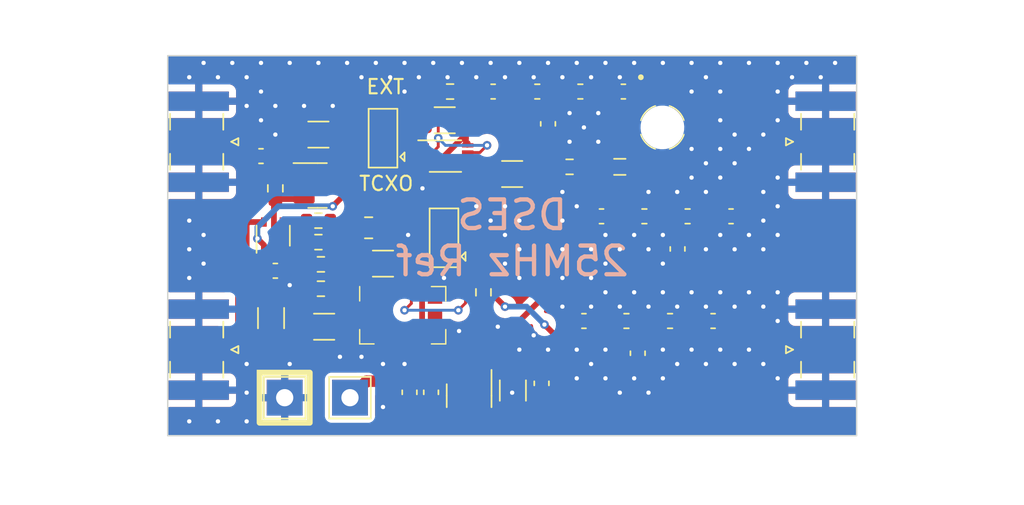
<source format=kicad_pcb>
(kicad_pcb (version 20221018) (generator pcbnew)
  (title_block (title "25MHz Reference") (date "2023-06-22") (company "Deep Space Exploration Society") (comment 1 "Designed by Hans Gaensbauer"))
  (layers (0 "F.Cu" signal) (31 "B.Cu" signal) (34 "B.Paste" user) (35 "F.Paste" user) (36 "B.SilkS" user "B.Silkscreen") (37 "F.SilkS" user "F.Silkscreen") (38 "B.Mask" user) (39 "F.Mask" user) (44 "Edge.Cuts" user))
  (net 0 "")
  (net 1 "Net-(C1-Pad1)")
  (net 2 "Net-(C1-Pad2)")
  (net 3 "GND")
  (net 4 "Net-(C2-Pad2)")
  (net 5 "Net-(C3-Pad1)")
  (net 6 "Net-(U1-RFIN)")
  (net 7 "+5V")
  (net 8 "Net-(U1-RFOUT)")
  (net 9 "Net-(J5-In)")
  (net 10 "Net-(C5-Pad2)")
  (net 11 "Net-(C6-Pad2)")
  (net 12 "Net-(J4-In)")
  (net 13 "Net-(C7-Pad1)")
  (net 14 "Net-(#FLG03-pwr)")
  (net 15 "+3V3")
  (net 16 "Net-(C15-Pad1)")
  (net 17 "Net-(C16-Pad1)")
  (net 18 "Net-(J1-In)")
  (net 19 "Net-(C19-Pad2)")
  (net 20 "Net-(D1-A)")
  (net 21 "Net-(FB1-Pad1)")
  (net 22 "Net-(JP2-C)")
  (net 23 "Net-(JP3-A)")
  (net 24 "Net-(JP3-C)")
  (net 25 "Net-(JP3-B)")
  (net 26 "Net-(U4A-D)")
  (net 27 "Net-(U5--)")
  (net 35 "Net-(C25-Pad2)")
  (net 36 "Net-(C26-Pad2)")
  (net 37 "Net-(C27-Pad1)")
  (footprint "Resistor_SMD:R_0603_1608Metric" (layer "F.Cu") (at 83.175 134.05 180)
    (fp_text reference "R5" hide)
    (fp_text value "2.2k")
  )
  (footprint "Capacitor_SMD:C_0603_1608Metric" (layer "F.Cu") (at 89.35 142.975 90)
    (fp_text reference "C24" hide)
    (fp_text value "2.2u")
  )
  (footprint "Capacitor_SMD:C_0603_1608Metric" (layer "F.Cu") (at 110.5 138)
    (fp_text reference "C7" hide)
    (fp_text value "18p")
  )
  (footprint "Connector_Coaxial:SMA_Samtec_SMA-J-P-X-ST-EM1_EdgeMount" (layer "F.Cu") (at 74.6625 125.5 -90)
    (fp_text reference "J1" hide)
    (fp_text value "Conn_Coaxial")
  )
  (footprint "Capacitor_SMD:C_0603_1608Metric" (layer "F.Cu") (at 104.25 122)
    (fp_text reference "C3" hide)
    (fp_text value "18p")
  )
  (footprint "Jumper:SolderJumper-3_P1.3mm_Bridged12_Pad1.0x1.5mm" (layer "F.Cu") (at 91.75 132.2 90)
    (fp_text reference "JP2" hide)
    (fp_text value "Jumper_3_Bridged12")
  )
  (footprint "Inductor_SMD:L_0603_1608Metric" (layer "F.Cu") (at 108.725 130.7)
    (fp_text reference "L4" hide)
    (fp_text value "2.7u")
  )
  (footprint "Capacitor_SMD:C_0603_1608Metric" (layer "F.Cu") (at 99 124.25 90)
    (fp_text reference "C2" hide)
    (fp_text value "18p")
  )
  (footprint "Connector_Coaxial:SMA_Samtec_SMA-J-P-X-ST-EM1_EdgeMount" (layer "F.Cu") (at 118.3375 140 90)
    (fp_text reference "J5" hide)
    (fp_text value "Conn_Coaxial")
  )
  (footprint "Capacitor_SMD:C_0603_1608Metric" (layer "F.Cu") (at 98.55 142.35 -90)
    (fp_text reference "C22" hide)
    (fp_text value "2.2u")
  )
  (footprint "interferometer:MINICIRCUITS_VV105" (layer "F.Cu") (at 106.9678 124.5 180)
    (fp_text reference "U1" hide)
    (fp_text value "MAR-6+")
  )
  (footprint "Inductor_SMD:L_0805_2012Metric" (layer "F.Cu") (at 104 127.25)
    (fp_text reference "FB1" hide)
    (fp_text value "FerriteBead_Small")
  )
  (footprint "Resistor_SMD:R_0603_1608Metric" (layer "F.Cu") (at 92.175 122)
    (fp_text reference "R1" hide)
    (fp_text value "56")
  )
  (footprint "Resistor_SMD:R_0603_1608Metric" (layer "F.Cu") (at 100.5 127.25)
    (fp_text reference "R2" hide)
    (fp_text value "100")
  )
  (footprint "Capacitor_SMD:C_0603_1608Metric" (layer "F.Cu") (at 80 134.5 180)
    (fp_text reference "C17" hide)
    (fp_text value "1u")
  )
  (footprint "Capacitor_SMD:C_1206_3216Metric" (layer "F.Cu") (at 79.7 137.8 90)
    (fp_text reference "C18" hide)
    (fp_text value "100n")
  )
  (footprint "Inductor_SMD:L_0603_1608Metric" (layer "F.Cu") (at 101.25 122)
    (fp_text reference "L2" hide)
    (fp_text value "2.7u")
  )
  (footprint "Capacitor_SMD:C_0603_1608Metric" (layer "F.Cu") (at 79 126.5 180)
    (fp_text reference "C16" hide)
    (fp_text value "47n")
  )
  (footprint "Capacitor_SMD:C_0603_1608Metric" (layer "F.Cu") (at 108.025 132.975 90)
    (fp_text reference "C26" hide)
    (fp_text value "18p")
  )
  (footprint "Capacitor_SMD:C_1206_3216Metric" (layer "F.Cu") (at 96.5 127.75)
    (fp_text reference "C4" hide)
    (fp_text value "100n")
  )
  (footprint "Capacitor_SMD:C_0603_1608Metric" (layer "F.Cu") (at 111.75 130.7)
    (fp_text reference "C27" hide)
    (fp_text value "18p")
  )
  (footprint "Package_TO_SOT_SMD:SOT-353_SC-70-5" (layer "F.Cu") (at 79.85 132.05 90)
    (fp_text reference "U5" hide)
    (fp_text value "ADCMP600")
  )
  (footprint "interferometer:ECS-TXO53-S3" (layer "F.Cu") (at 88.875 137.6)
    (fp_text reference "X1" hide)
    (fp_text value "ECS-TXO53-S3")
  )
  (footprint "Inductor_SMD:L_0603_1608Metric" (layer "F.Cu") (at 104.4625 138)
    (fp_text reference "L5" hide)
    (fp_text value "2.7u")
  )
  (footprint "Connector_Coaxial:SMA_Samtec_SMA-J-P-X-ST-EM1_EdgeMount" (layer "F.Cu") (at 74.6625 140 -90)
    (fp_text reference "J2" hide)
    (fp_text value "Conn_Coaxial")
  )
  (footprint "TestPoint:TestPoint_THTPad_2.5x2.5mm_Drill1.2mm" (layer "F.Cu") (at 80.65 143.35 -90)
    (fp_text reference "TP2" hide)
    (fp_text value "TestPoint")
  )
  (footprint "Resistor_SMD:R_0603_1608Metric" (layer "F.Cu") (at 80 128.75 -90)
    (fp_text reference "R3" hide)
    (fp_text value "56")
  )
  (footprint "Inductor_SMD:L_0603_1608Metric" (layer "F.Cu") (at 98.25 122)
    (fp_text reference "L1" hide)
    (fp_text value "2.7u")
  )
  (footprint "Capacitor_SMD:C_1206_3216Metric" (layer "F.Cu") (at 91.8 124)
    (fp_text reference "C14" hide)
    (fp_text value "100n")
  )
  (footprint "Capacitor_SMD:C_1206_3216Metric" (layer "F.Cu") (at 83.4 138.4)
    (fp_text reference "C13" hide)
    (fp_text value "100n")
  )
  (footprint "Resistor_SMD:R_0603_1608Metric" (layer "F.Cu") (at 94.5 136 -90)
    (fp_text reference "JP1" hide)
    (fp_text value "Jumper_2_Bridged")
  )
  (footprint "Package_TO_SOT_SMD:SOT-23" (layer "F.Cu") (at 82.9375 128.55)
    (fp_text reference "D1" hide)
    (fp_text value "BAV99")
  )
  (footprint "Resistor_SMD:R_0603_1608Metric" (layer "F.Cu") (at 83 131 180)
    (fp_text reference "R6" hide)
    (fp_text value "10k")
  )
  (footprint "Capacitor_SMD:C_1206_3216Metric" (layer "F.Cu") (at 87.5 134 180)
    (fp_text reference "C19" hide)
    (fp_text value "100n")
  )
  (footprint "Inductor_SMD:L_0603_1608Metric" (layer "F.Cu") (at 107.5 138)
    (fp_text reference "L6" hide)
    (fp_text value "2.7u")
  )
  (footprint "Capacitor_SMD:C_1206_3216Metric" (layer "F.Cu") (at 96.55 142.85 -90)
    (fp_text reference "C21" hide)
    (fp_text value "100n")
  )
  (footprint "Package_SO:VSSOP-8_2.3x2mm_P0.5mm" (layer "F.Cu") (at 91.85 126.5)
    (fp_text reference "U4" hide)
    (fp_text value "74AUC2G80")
  )
  (footprint "Package_TO_SOT_SMD:SOT-23-5" (layer "F.Cu") (at 93.5 143.2125 -90)
    (fp_text reference "U6" hide)
    (fp_text value "MCP1793-3302/DC")
  )
  (footprint "Resistor_SMD:R_0603_1608Metric" (layer "F.Cu") (at 83 132.5 180)
    (fp_text reference "R7" hide)
    (fp_text value "10k")
  )
  (footprint "Jumper:SolderJumper-3_P1.3mm_Open_Pad1.0x1.5mm" (layer "F.Cu") (at 87.5 125.25 90)
    (fp_text reference "JP3" hide)
    (fp_text value "Jumper_3_Bridged12")
  )
  (footprint "Capacitor_SMD:C_1206_3216Metric" (layer "F.Cu") (at 83 125 180)
    (fp_text reference "C15" hide)
    (fp_text value "100n")
  )
  (footprint "Resistor_SMD:R_0603_1608Metric" (layer "F.Cu") (at 83.175 135.75)
    (fp_text reference "R4" hide)
    (fp_text value "2.2k")
  )
  (footprint "Capacitor_SMD:C_0805_2012Metric" (layer "F.Cu") (at 86.5 131.5 180)
    (fp_text reference "C20" hide)
    (fp_text value "22u")
  )
  (footprint "TestPoint:TestPoint_THTPad_2.5x2.5mm_Drill1.2mm" (layer "F.Cu") (at 85.2 143.35 -90)
    (fp_text reference "TP1" hide)
    (fp_text value "TestPoint")
  )
  (footprint "Capacitor_SMD:C_0603_1608Metric" (layer "F.Cu") (at 105.25 140.25 90)
    (fp_text reference "C6" hide)
    (fp_text value "18p")
  )
  (footprint "Capacitor_SMD:C_0603_1608Metric" (layer "F.Cu") (at 101.5 138)
    (fp_text reference "C5" hide)
    (fp_text value "18p")
  )
  (footprint "Connector_Coaxial:SMA_Samtec_SMA-J-P-X-ST-EM1_EdgeMount" (layer "F.Cu") (at 118.3375 125.5 90)
    (fp_text reference "J4" hide)
    (fp_text value "Conn_Coaxial")
  )
  (footprint "Capacitor_SMD:C_0603_1608Metric" (layer "F.Cu") (at 90.85 142.975 90)
    (fp_text reference "C23" hide)
    (fp_text value "2.2u")
  )
  (footprint "Capacitor_SMD:C_0603_1608Metric" (layer "F.Cu") (at 95.175 122)
    (fp_text reference "C1" hide)
    (fp_text value "18p")
  )
  (footprint "Capacitor_SMD:C_0603_1608Metric" (layer "F.Cu") (at 102.725 130.7)
    (fp_text reference "C25" hide)
    (fp_text value "18p")
  )
  (footprint "Inductor_SMD:L_0603_1608Metric" (layer "F.Cu") (at 105.7125 130.7)
    (fp_text reference "L3" hide)
    (fp_text value "2.7u")
  )
  (gr_rect (start 78.9 141.6) (end 82.4 145.1) (stroke (width 0.4)) (fill none) (layer "F.SilkS"))
  (gr_rect (start 72.5 119.5) (end 120.5 146) (stroke (width 0.1)) (fill none) (layer "Edge.Cuts"))
  (gr_text "DSES\n25MHz Ref" (at 96.5 135) (layer "B.SilkS") (effects (font (size 2 2) (thickness 0.3)) (justify bottom mirror)))
  (gr_text "EXT" (at 86.25 122.25) (layer "F.SilkS") (effects (font (size 1 1)) (justify left bottom)))
  (gr_text "TCXO" (at 85.75 129) (layer "F.SilkS") (effects (font (size 1 1)) (justify left bottom)))
  (segment (start 93 122) (end 94.4 122) (width 0.4) (layer "F.Cu") (net 1))
  (segment (start 95.95 122) (end 97.4625 122) (width 0.4) (layer "F.Cu") (net 2))
  (segment (start 91.75 133.5) (end 91.75 135.675) (width 0.4) (layer "F.Cu") (net 3))
  (segment (start 81.925 138.4) (end 81.925 140.075) (width 0.4) (layer "F.Cu") (net 3))
  (segment (start 81.5 134.5) (end 81.5 135) (width 0.4) (layer "F.Cu") (net 3))
  (segment (start 81.5 135) (end 81 135.5) (width 0.4) (layer "F.Cu") (net 3))
  (segment (start 89.35 143.75) (end 87.75 143.75) (width 0.4) (layer "F.Cu") (net 3))
  (segment (start 90.3 128.7) (end 90.25 128.75) (width 0.2) (layer "F.Cu") (net 3))
  (segment (start 96.3625 143.1375) (end 96.5 143) (width 0.4) (layer "F.Cu") (net 3))
  (segment (start 88.975 132.275) (end 89.25 132) (width 0.4) (layer "F.Cu") (net 3))
  (segment (start 91.75 135.675) (end 91.125 136.3) (width 0.4) (layer "F.Cu") (net 3))
  (segment (start 86.625 136.3) (end 86.675 136.3) (width 0.4) (layer "F.Cu") (net 3))
  (segment (start 94.072183 143.1375) (end 96.3625 143.1375) (width 0.4) (layer "F.Cu") (net 3))
  (segment (start 79.85 133) (end 79.85 133.575) (width 0.4) (layer "F.Cu") (net 3))
  (segment (start 91.75 135.675) (end 91.75 135) (width 0.4) (layer "F.Cu") (net 3))
  (segment (start 87.75 143.75) (end 87.5 144) (width 0.4) (layer "F.Cu") (net 3))
  (segment (start 93.4 126.75) (end 93.4 127.25) (width 0.2) (layer "F.Cu") (net 3))
  (segment (start 93.5 142.565317) (end 94.072183 143.1375) (width 0.4) (layer "F.Cu") (net 3))
  (segment (start 80.775 134.5) (end 81.5 134.5) (width 0.4) (layer "F.Cu") (net 3))
  (segment (start 81.9 134.5) (end 82.35 134.05) (width 0.4) (layer "F.Cu") (net 3))
  (segment (start 90.3 127.25) (end 90.3 128.7) (width 0.2) (layer "F.Cu") (net 3))
  (segment (start 93.5 142.075) (end 93.5 142.565317) (width 0.4) (layer "F.Cu") (net 3))
  (segment (start 81.5 134.5) (end 81.9 134.5) (width 0.4) (layer "F.Cu") (net 3))
  (segment (start 79.85 133.575) (end 80.775 134.5) (width 0.4) (layer "F.Cu") (net 3))
  (segment (start 81.925 140.075) (end 81 141) (width 0.4) (layer "F.Cu") (net 3))
  (segment (start 90.85 143.75) (end 89.35 143.75) (width 0.4) (layer "F.Cu") (net 3))
  (segment (start 86.675 136.3) (end 88.975 134) (width 0.4) (layer "F.Cu") (net 3))
  (segment (start 88.975 134) (end 88.975 132.275) (width 0.4) (layer "F.Cu") (net 3))
  (via (at 106 143) (size 0.6) (drill 0.3) (layers "F.Cu" "B.Cu") (net 3))
  (via (at 74 145) (size 0.6) (drill 0.3) (layers "F.Cu" "B.Cu") (net 3))
  (via (at 117 120) (size 0.6) (drill 0.3) (layers "F.Cu" "B.Cu") (net 3))
  (via (at 100 131) (size 0.6) (drill 0.3) (layers "F.Cu" "B.Cu") (net 3))
  (via (at 109 140) (size 0.6) (drill 0.3) (layers "F.Cu" "B.Cu") (net 3))
  (via (at 112 141) (size 0.6) (drill 0.3) (layers "F.Cu" "B.Cu") (net 3))
  (via (at 77 120) (size 0.6) (drill 0.3) (layers "F.Cu" "B.Cu") (net 3))
  (via (at 98 121) (size 0.6) (drill 0.3) (layers "F.Cu" "B.Cu") (net 3))
  (via (at 115 132) (size 0.6) (drill 0.3) (layers "F.Cu" "B.Cu") (net 3))
  (via (at 107 142) (size 0.6) (drill 0.3) (layers "F.Cu" "B.Cu") (net 3))
  (via (at 106 129) (size 0.6) (drill 0.3) (layers "F.Cu" "B.Cu") (net 3))
  (via (at 100 137) (size 0.6) (drill 0.3) (layers "F.Cu" "B.Cu") (net 3))
  (via (at 100 129) (size 0.6) (drill 0.3) (layers "F.Cu" "B.Cu") (net 3))
  (via (at 90.25 128.75) (size 0.6) (drill 0.3) (layers "F.Cu" "B.Cu") (net 3))
  (via (at 96 130) (size 0.6) (drill 0.3) (layers "F.Cu" "B.Cu") (net 3))
  (via (at 78 121) (size 0.6) (drill 0.3) (layers "F.Cu" "B.Cu") (net 3))
  (via (at 87.5 144) (size 0.6) (drill 0.3) (layers "F.Cu" "B.Cu") (net 3))
  (via (at 103 134) (size 0.6) (drill 0.3) (layers "F.Cu" "B.Cu") (net 3))
  (via (at 81 135.5) (size 0.6) (drill 0.3) (layers "F.Cu" "B.Cu") (net 3))
  (via (at 107 136) (size 0.6) (drill 0.3) (layers "F.Cu" "B.Cu") (net 3))
  (via (at 111 128) (size 0.6) (drill 0.3) (layers "F.Cu" "B.Cu") (net 3))
  (via (at 110 133) (size 0.6) (drill 0.3) (layers "F.Cu" "B.Cu") (net 3))
  (via (at 76 121) (size 0.6) (drill 0.3) (layers "F.Cu" "B.Cu") (net 3))
  (via (at 103 136) (size 0.6) (drill 0.3) (layers "F.Cu" "B.Cu") (net 3))
  (via (at 109 128) (size 0.6) (drill 0.3) (layers "F.Cu" "B.Cu") (net 3))
  (via (at 95 131) (size 0.6) (drill 0.3) (layers "F.Cu" "B.Cu") (net 3))
  (via (at 114 141) (size 0.6) (drill 0.3) (layers "F.Cu" "B.Cu") (net 3))
  (via (at 78 123) (size 0.6) (drill 0.3) (layers "F.Cu" "B.Cu") (net 3))
  (via (at 113 132) (size 0.6) (drill 0.3) (layers "F.Cu" "B.Cu") (net 3))
  (via (at 115 138) (size 0.6) (drill 0.3) (layers "F.Cu" "B.Cu") (net 3))
  (via (at 78 141) (size 0.6) (drill 0.3) (layers "F.Cu" "B.Cu") (net 3))
  (via (at 111 140) (size 0.6) (drill 0.3) (layers "F.Cu" "B.Cu") (net 3))
  (via (at 115 130) (size 0.6) (drill 0.3) (layers "F.Cu" "B.Cu") (net 3))
  (via (at 89 122) (size 0.6) (drill 0.3) (layers "F.Cu" "B.Cu") (net 3))
  (via (at 111 136) (size 0.6) (drill 0.3) (layers "F.Cu" "B.Cu") (net 3))
  (via (at 102.5 125.5) (size 0.6) (drill 0.3) (layers "F.Cu" "B.Cu") (net 3))
  (via (at 107 132) (size 0.6) (drill 0.3) (layers "F.Cu" "B.Cu") (net 3))
  (via (at 91 120) (size 0.6) (drill 0.3) (layers "F.Cu" "B.Cu") (net 3))
  (via (at 105 136) (size 0.6) (drill 0.3) (layers "F.Cu" "B.Cu") (net 3))
  (via (at 97 140) (size 0.6) (drill 0.3) (layers "F.Cu" "B.Cu") (net 3))
  (via (at 114 125) (size 0.6) (drill 0.3) (layers "F.Cu" "B.Cu") (net 3))
  (via (at 111 124) (size 0.6) (drill 0.3) (layers "F.Cu" "B.Cu") (net 3))
  (via (at 101 140) (size 0.6) (drill 0.3) (layers "F.Cu" "B.Cu") (net 3))
  (via (at 103 140) (size 0.6) (drill 0.3) (layers "F.Cu" "B.Cu") (net 3))
  (via (at 108 137) (size 0.6) (drill 0.3) (layers "F.Cu" "B.Cu") (net 3))
  (via (at 87.5 141) (size 0.6) (drill 0.3) (layers "F.Cu" "B.Cu") (net 3))
  (via (at 89.25 132) (size 0.6) (drill 0.3) (layers "F.Cu" "B.Cu") (net 3))
  (via (at 92 121) (size 0.6) (drill 0.3) (layers "F.Cu" "B.Cu") (net 3))
  (via (at 113 136) (size 0.6) (drill 0.3) (layers "F.Cu" "B.Cu") (net 3))
  (via (at 100.5 123.5) (size 0.6) (drill 0.3) (layers "F.Cu" "B.Cu") (net 3))
  (via (at 102 137) (size 0.6) (drill 0.3) (layers "F.Cu" "B.Cu") (net 3))
  (via (at 110 127) (size 0.6) (drill 0.3) (layers "F.Cu" "B.Cu") (net 3))
  (via (at 97 131) (size 0.6) (drill 0.3) (layers "F.Cu" "B.Cu") (net 3))
  (via (at 94 130) (size 0.6) (drill 0.3) (layers "F.Cu" "B.Cu") (net 3))
  (via (at 111 126) (size 0.6) (drill 0.3) (layers "F.Cu" "B.Cu") (net 3))
  (via (at 79 120) (size 0.6) (drill 0.3) (layers "F.Cu" "B.Cu") (net 3))
  (via (at 112 125) (size 0.6) (drill 0.3) (layers "F.Cu" "B.Cu") (net 3))
  (via (at 100.5 125.5) (size 0.6) (drill 0.3) (layers "F.Cu" "B.Cu") (net 3))
  (via (at 118 121) (size 0.6) (drill 0.3) (layers "F.Cu" "B.Cu") (net 3))
  (via (at 102.5 123.5) (size 0.6) (drill 0.3) (layers "F.Cu" "B.Cu") (net 3))
  (via (at 79 122) (size 0.6) (drill 0.3) (layers "F.Cu" "B.Cu") (net 3))
  (via (at 95.5 138.4) (size 0.6) (drill 0.3) (layers "F.Cu" "B.Cu") (net 3))
  (via (at 74 133) (size 0.6) (drill 0.3) (layers "F.Cu" "B.Cu") (net 3))
  (via (at 104 121) (size 0.6) (drill 0.3) (layers "F.Cu" "B.Cu") (net 3))
  (via (at 75 134) (size 0.6) (drill 0.3) (layers "F.Cu" "B.Cu") (net 3))
  (via (at 112 137) (size 0.6) (drill 0.3) (layers "F.Cu" "B.Cu") (net 3))
  (via (at 90 121) (size 0.6) (drill 0.3) (layers "F.Cu" "B.Cu") (net 3))
  (via (at 114 129) (size 0.6) (drill 0.3) (layers "F.Cu" "B.Cu") (net 3))
  (via (at 103 120) (size 0.6) (drill 0.3) (layers "F.Cu" "B.Cu") (net 3))
  (via (at 114 131) (size 0.6) (drill 0.3) (layers "F.Cu" "B.Cu") (net 3))
  (via (at 93 120) (size 0.6) (drill 0.3) (layers "F.Cu" "B.Cu") (net 3))
  (via (at 75 120) (size 0.6) (drill 0.3) (layers "F.Cu" "B.Cu") (net 3))
  (via (at 115 128) (size 0.6) (drill 0.3) (layers "F.Cu" "B.Cu") (net 3))
  (via (at 80 125) (size 0.6) (drill 0.3) (layers "F.Cu" "B.Cu") (net 3))
  (via (at 80 123) (size 0.6) (drill 0.3) (layers "F.Cu" "B.Cu") (net 3))
  (via (at 95 120) (size 0.6) (drill 0.3) (layers "F.Cu" "B.Cu") (net 3))
  (via (at 109 136) (size 0.6) (drill 0.3) (layers "F.Cu" "B.Cu") (net 3))
  (via (at 87 120) (size 0.6) (drill 0.3) (layers "F.Cu" "B.Cu") (net 3))
  (via (at 99 140) (size 0.6) (drill 0.3) (layers "F.Cu" "B.Cu") (net 3))
  (via (at 119 120) (size 0.6) (drill 0.3) (layers "F.Cu" "B.Cu") (net 3))
  (via (at 105 132) (size 0.6) (drill 0.3) (layers "F.Cu" "B.Cu") (net 3))
  (via (at 107 120) (size 0.6) (drill 0.3) (layers "F.Cu" "B.Cu") (net 3))
  (via (at 108 141) (size 0.6) (drill 0.3) (layers "F.Cu" "B.Cu") (net 3))
  (via (at 110 137) (size 0.6) (drill 0.3) (layers "F.Cu" "B.Cu") (net 3))
  (via (at 101.5 124.5) (size 0.6) (drill 0.3) (layers "F.Cu" "B.Cu") (net 3))
  (via (at 116 121) (size 0.6) (drill 0.3) (layers "F.Cu" "B.Cu") (net 3))
  (via (at 108 129) (size 0.6) (drill 0.3) (layers "F.Cu" "B.Cu") (net 3))
  (via (at 76 145) (size 0.6) (drill 0.3) (layers "F.Cu" "B.Cu") (net 3))
  (via (at 114 137) (size 0.6) (drill 0.3) (layers "F.Cu" "B.Cu") (net 3))
  (via (at 101 142) (size 0.6) (drill 0.3) (layers "F.Cu" "B.Cu") (net 3))
  (via (at 110 121) (size 0.6) (drill 0.3) (layers "F.Cu" "B.Cu") (net 3))
  (via (at 106 137) (size 0.6) (drill 0.3) (layers "F.Cu" "B.Cu") (net 3))
  (via (at 96 134) (size 0.6) (drill 0.3) (layers "F.Cu" "B.Cu") (net 3))
  (via (at 97 133) (size 0.6) (drill 0.3) (layers "F.Cu" "B.Cu") (net 3))
  (via (at 96.5 143) (size 0.6) (drill 0.3) (layers "F.Cu" "B.Cu") (net 3))
  (via (at 101 130) (size 0.6) (drill 0.3) (layers "F.Cu" "B.Cu") (net 3))
  (via (at 107 140) (size 0.6) (drill 0.3) (layers "F.Cu" "B.Cu") (net 3))
  (via (at 112 133) (size 0.6) (drill 0.3) (layers "F.Cu" "B.Cu") (net 3))
  (via (at 74 135) (size 0.6) (drill 0.3) (layers "F.Cu" "B.Cu") (net 3))
  (via (at 81 141) (size 0.6) (drill 0.3) (layers "F.Cu" "B.Cu") (net 3))
  (via (at 114 133) (size 0.6) (drill 0.3) (layers "F.Cu" "B.Cu") (net 3))
  (via (at 113 120) (size 0.6) (drill 0.3) (layers "F.Cu" "B.Cu") (net 3))
  (via (at 84 123) (size 0.6) (drill 0.3) (layers "F.Cu" "B.Cu") (net 3))
  (via (at 82 123) (size 0.6) (drill 0.3) (layers "F.Cu" "B.Cu") (net 3))
  (via (at 110 129) (size 0.6) (drill 0.3) (layers "F.Cu" "B.Cu") (net 3))
  (via (at 78 143) (size 0.6) (drill 0.3) (layers "F.Cu" "B.Cu") (net 3))
  (via (at 100 121) (size 0.6) (drill 0.3) (layers "F.Cu" "B.Cu") (net 3))
  (via (at 97 135) (size 0.6) (drill 0.3) (layers "F.Cu" "B.Cu") (net 3))
  (via (at 85 120) (size 0.6) (drill 0.3) (layers "F.Cu" "B.Cu") (net 3))
  (via (at 115 120) (size 0.6) (drill 0.3) (layers "F.Cu" "B.Cu") (net 3))
  (via (at 86 140.5) (size 0.6) (drill 0.3) (layers "F.Cu" "B.Cu") (net 3))
  (via (at 75 132) (size 0.6) (drill 0.3) (layers "F.Cu" "B.Cu") (net 3))
  (via (at 107 134) (size 0.6) (drill 0.3) (layers "F.Cu" "B.Cu") (net 3))
  (via (at 83 120) (size 0.6) (drill 0.3) (layers "F.Cu" "B.Cu") (net 3))
  (via (at 104 143) (size 0.6) (drill 0.3) (layers "F.Cu" "B.Cu") (net 3))
  (via (at 84.5 140.5) (size 0.6) (drill 0.3) (layers "F.Cu" "B.Cu") (net 3))
  (via (at 104 133) (size 0.6) (drill 0.3) (layers "F.Cu" "B.Cu") (net 3))
  (via (at 88 121) (size 0.6) (drill 0.3) (layers "F.Cu" "B.Cu") (net 3))
  (via (at 81 120) (size 0.6) (drill 0.3) (layers "F.Cu" "B.Cu") (net 3))
  (via (at 105 120) (size 0.6) (drill 0.3) (layers "F.Cu" "B.Cu") (net 3))
  (via (at 92.8 138.7) (size 0.6) (drill 0.3) (layers "F.Cu" "B.Cu") (net 3))
  (via (at 97 120) (size 0.6) (drill 0.3) (layers "F.Cu" "B.Cu") (net 3))
  (via (at 106 133) (size 0.6) (drill 0.3) (layers "F.Cu" "B.Cu") (net 3))
  (via (at 109 122) (size 0.6) (drill 0.3) (layers "F.Cu" "B.Cu") (net 3))
  (via (at 91.75 135) (size 0.6) (drill 0.3) (layers "F.Cu" "B.Cu") (net 3))
  (via (at 102 141) (size 0.6) (drill 0.3) (layers "F.Cu" "B.Cu") (net 3))
  (via (at 113 126) (size 0.6) (drill 0.3) (layers "F.Cu" "B.Cu") (net 3))
  (via (at 78 145) (size 0.6) (drill 0.3) (layers "F.Cu" "B.Cu") (net 3))
  (via (at 94 121) (size 0.6) (drill 0.3) (layers "F.Cu" "B.Cu") (net 3))
  (via (at 103 142) (size 0.6) (drill 0.3) (layers "F.Cu" "B.Cu") (net 3))
  (via (at 115 136) (size 0.6) (drill 0.3) (layers "F.Cu" "B.Cu") (net 3))
  (via (at 102 133) (size 0.6) (drill 0.3) (layers "F.Cu" "B.Cu") (net 3))
  (via (at 115 124) (size 0.6) (drill 0.3) (layers "F.Cu" "B.Cu") (net 3))
  (via (at 112 127) (size 0.6) (drill 0.3) (layers "F.Cu" "B.Cu") (net 3))
  (via (at 100 133) (size 0.6) (drill 0.3) (layers "F.Cu" "B.Cu") (net 3))
  (via (at 89 120) (size 0.6) (drill 0.3) (layers "F.Cu" "B.Cu") (net 3))
  (via (at 109 126) (size 0.6) (drill 0.3) (layers "F.Cu" "B.Cu") (net 3))
  (via (at 89 141) (size 0.6) (drill 0.3) (layers "F.Cu" "B.Cu") (net 3))
  (via (at 115 122) (size 0.6) (drill 0.3) (layers "F.Cu" "B.Cu") (net 3))
  (via (at 111 122) (size 0.6) (drill 0.3) (layers "F.Cu" "B.Cu") (net 3))
  (via (at 111 132) (size 0.6) (drill 0.3) (layers "F.Cu" "B.Cu") (net 3))
  (via (at 86 121) (size 0.6) (drill 0.3) (layers "F.Cu" "B.Cu") (net 3))
  (via (at 96 121) (size 0.6) (drill 0.3) (layers "F.Cu" "B.Cu") (net 3))
  (via (at 105 142) (size 0.6) (drill 0.3) (layers "F.Cu" "B.Cu") (net 3))
  (via (at 109 120) (size 0.6) (drill 0.3) (layers "F.Cu" "B.Cu") (net 3))
  (via (at 104 137) (size 0.6) (drill 0.3) (layers "F.Cu" "B.Cu") (net 3))
  (via (at 101 120) (size 0.6) (drill 0.3) (layers "F.Cu" "B.Cu") (net 3))
  (via (at 102 135) (size 0.6) (drill 0.3) (layers "F.Cu" "B.Cu") (net 3))
  (via (at 110 141) (size 0.6) (drill 0.3) (layers "F.Cu" "B.Cu") (net 3))
  (via (at 113 140) (size 0.6) (drill 0.3) (layers "F.Cu" "B.Cu") (net 3))
  (via (at 100 135) (size 0.6) (drill 0.3) (layers "F.Cu" "B.Cu") (net 3))
  (via (at 96 132) (size 0.6) (drill 0.3) (layers "F.Cu" "B.Cu") (net 3))
  (via (at 103 132) (size 0.6) (drill 0.3) (layers "F.Cu" "B.Cu") (net 3))
  (via (at 99 120) (size 0.6) (drill 0.3) (layers "F.Cu" "B.Cu") (net 3))
  (via (at 102 121) (size 0.6) (drill 0.3) (layers "F.Cu" "B.Cu") (net 3))
  (via (at 74 131) (size 0.6) (drill 0.3) (layers "F.Cu" "B.Cu") (net 3))
  (via (at 74 121) (size 0.6) (drill 0.3) (layers "F.Cu" "B.Cu") (net 3))
  (via (at 115 142) (size 0.6) (drill 0.3) (layers "F.Cu" "B.Cu") (net 3))
  (via (at 79 124) (size 0.6) (drill 0.3) (layers "F.Cu" "B.Cu") (net 3))
  (via (at 111 120) (size 0.6) (drill 0.3) (layers "F.Cu" "B.Cu") (net 3))
  (via (at 98 139) (size 0.6) (drill 0.3) (layers "F.Cu" "B.Cu") (net 3))
  (segment (start 99.0375 122) (end 99.5 122) (width 0.4) (layer "F.Cu") (net 4))
  (segment (start 99 123.475) (end 99 122.0375) (width 0.4) (layer "F.Cu") (net 4))
  (segment (start 99 122.0375) (end 99.0375 122) (width 0.4) (layer "F.Cu") (net 4))
  (segment (start 99.5 122) (end 100.4625 122) (width 0.4) (layer "F.Cu") (net 4))
  (segment (start 102.0375 122) (end 103.475 122) (width 0.4) (layer "F.Cu") (net 5))
  (segment (start 105.025 122) (end 106.75 122) (width 0.4) (layer "F.Cu") (net 6))
  (segment (start 106.75 122) (end 106.9678 121.7822) (width 0.4) (layer "F.Cu") (net 6))
  (segment (start 94.5 142.025) (end 94.45 142.075) (width 0.4) (layer "F.Cu") (net 7))
  (segment (start 90.85 142.2) (end 92.425 142.2) (width 0.8) (layer "F.Cu") (net 7))
  (segment (start 89.35 142.2) (end 90.85 142.2) (width 0.8) (layer "F.Cu") (net 7))
  (segment (start 99.675 127.25) (end 98.475 127.25) (width 0.4) (layer "F.Cu") (net 7))
  (segment (start 92.5 140.5) (end 94.5 140.5) (width 0.4) (layer "F.Cu") (net 7))
  (segment (start 98.475 127.25) (end 97.975 127.75) (width 0.4) (layer "F.Cu") (net 7))
  (segment (start 85.2 143.35) (end 86.35 142.2) (width 0.8) (layer "F.Cu") (net 7))
  (segment (start 86.35 142.2) (end 89.35 142.2) (width 0.8) (layer "F.Cu") (net 7))
  (segment (start 94.5 140.5) (end 94.5 142.025) (width 0.4) (layer "F.Cu") (net 7))
  (segment (start 98.5 128.275) (end 97.975 127.75) (width 0.4) (layer "F.Cu") (net 7))
  (segment (start 92.425 142.2) (end 92.55 142.075) (width 0.8) (layer "F.Cu") (net 7))
  (segment (start 94.5 140.5) (end 98.5 136.5) (width 0.4) (layer "F.Cu") (net 7))
  (segment (start 92.425 142.2) (end 92.5 142.125) (width 0.4) (layer "F.Cu") (net 7))
  (segment (start 92.5 142.125) (end 92.5 140.5) (width 0.4) (layer "F.Cu") (net 7))
  (segment (start 98.5 136.5) (end 98.5 128.275) (width 0.4) (layer "F.Cu") (net 7))
  (segment (start 103.1125 129.2) (end 102.2 129.2) (width 0.4) (layer "F.Cu") (net 8))
  (segment (start 106.9356 127.25) (end 106.9678 127.2178) (width 0.4) (layer "F.Cu") (net 8))
  (segment (start 105.0625 127.25) (end 103.1125 129.2) (width 0.4) (layer "F.Cu") (net 8))
  (segment (start 100.725 131.925) (end 100.725 138) (width 0.4) (layer "F.Cu") (net 8))
  (segment (start 105.0625 127.25) (end 106.9356 127.25) (width 0.4) (layer "F.Cu") (net 8))
  (segment (start 101.95 129.45) (end 101.95 130.7) (width 0.4) (layer "F.Cu") (net 8))
  (segment (start 102.2 129.2) (end 101.95 129.45) (width 0.4) (layer "F.Cu") (net 8))
  (segment (start 101.95 130.7) (end 100.725 131.925) (width 0.4) (layer "F.Cu") (net 8))
  (segment (start 115.275 140.275) (end 118.2625 140.275) (width 0.4) (layer "F.Cu") (net 9))
  (segment (start 113 138) (end 115.275 140.275) (width 0.4) (layer "F.Cu") (net 9))
  (segment (start 118.2625 140.275) (end 118.5375 140) (width 0.4) (layer "F.Cu") (net 9))
  (segment (start 111.275 138) (end 113 138) (width 0.4) (layer "F.Cu") (net 9))
  (segment (start 102.275 138) (end 103.675 138) (width 0.4) (layer "F.Cu") (net 10))
  (segment (start 105.25 138) (end 105.25 139.475) (width 0.4) (layer "F.Cu") (net 11))
  (segment (start 106.7125 138) (end 105.25 138) (width 0.4) (layer "F.Cu") (net 11))
  (segment (start 115.4 125.5) (end 112.525 128.375) (width 0.4) (layer "F.Cu") (net 12))
  (segment (start 117.7 125.5) (end 115.4 125.5) (width 0.4) (layer "F.Cu") (net 12))
  (segment (start 112.525 128.375) (end 112.525 130.7) (width 0.4) (layer "F.Cu") (net 12))
  (segment (start 108.2875 138) (end 109.725 138) (width 0.4) (layer "F.Cu") (net 13))
  (segment (start 86.125 138.4) (end 86.625 138.9) (width 0.4) (layer "F.Cu") (net 14))
  (segment (start 84.875 138.4) (end 86.125 138.4) (width 0.4) (layer "F.Cu") (net 14))
  (segment (start 87.525 139.8) (end 93.115 139.8) (width 0.4) (layer "F.Cu") (net 14))
  (segment (start 86.625 138.9) (end 87.525 139.8) (width 0.4) (layer "F.Cu") (net 14))
  (segment (start 94.5 138.415) (end 94.5 136.7) (width 0.4) (layer "F.Cu") (net 14))
  (segment (start 93.115 139.8) (end 94.5 138.415) (width 0.4) (layer "F.Cu") (net 14))
  (segment (start 94.45 145.05) (end 94.45 144.35) (width 0.4) (layer "F.Cu") (net 15))
  (segment (start 78 131.25) (end 78 134) (width 0.4) (layer "F.Cu") (net 15))
  (segment (start 78 134) (end 78.5 134.5) (width 0.4) (layer "F.Cu") (net 15))
  (segment (start 99.7 139.2) (end 98.75 138.25) (width 0.4) (layer "F.Cu") (net 15))
  (segment (start 93.275 125.625) (end 93.35 125.7) (width 0.4) (layer "F.Cu") (net 15))
  (segment (start 81.744239 136.325) (end 83 137.580761) (width 0.4) (layer "F.Cu") (net 15))
  (segment (start 93.275 125) (end 93.275 125.275) (width 0.4) (layer "F.Cu") (net 15))
  (segment (start 93.4 125.6) (end 93.4 125.7) (width 0.4) (layer "F.Cu") (net 15))
  (segment (start 96.55 144.325) (end 94.475 144.325) (width 0.4) (layer "F.Cu") (net 15))
  (segment (start 98.55 143.125) (end 99.7 141.975) (width 0.4) (layer "F.Cu") (net 15))
  (segment (start 99.7 141.975) (end 99.7 139.2) (width 0.4) (layer "F.Cu") (net 15))
  (segment (start 79.7 136.325) (end 79.7 134.975) (width 0.4) (layer "F.Cu") (net 15))
  (segment (start 91.625 126.6375) (end 91.625 130.9) (width 0.4) (layer "F.Cu") (net 15))
  (segment (start 91.625 130.9) (end 92.5 130.9) (width 0.4) (layer "F.Cu") (net 15))
  (segment (start 79.2 131.1) (end 78.15 131.1) (width 0.4) (layer "F.Cu") (net 15))
  (segment (start 93.275 124) (end 93.275 125) (width 0.4) (layer "F.Cu") (net 15))
  (segment (start 94.475 144.325) (end 94.45 144.35) (width 0.4) (layer "F.Cu") (net 15))
  (segment (start 79.7 134.975) (end 79.225 134.5) (width 0.4) (layer "F.Cu") (net 15))
  (segment (start 93.275 124) (end 93.275 124.9875) (width 0.4) (layer "F.Cu") (net 15))
  (segment (start 93.35 125.7) (end 93.4 125.7) (width 0.4) (layer "F.Cu") (net 15))
  (segment (start 94.5 135.5) (end 96 137) (width 0.4) (layer "F.Cu") (net 15))
  (segment (start 79.7 136.325) (end 81.525 136.325) (width 0.4) (layer "F.Cu") (net 15))
  (segment (start 94.0875 145.4125) (end 94.45 145.05) (width 0.4) (layer "F.Cu") (net 15))
  (segment (start 81.525 136.325) (end 82.35 135.5) (width 0.4) (layer "F.Cu") (net 15))
  (segment (start 97.75 143.125) (end 96.55 144.325) (width 0.4) (layer "F.Cu") (net 15))
  (segment (start 83.6625 145.4125) (end 94.0875 145.4125) (width 0.4) (layer "F.Cu") (net 15))
  (segment (start 94.5 135.175) (end 94.5 135.5) (width 0.4) (layer "F.Cu") (net 15))
  (segment (start 93.275 125) (end 93.275 125.625) (width 0.4) (layer "F.Cu") (net 15))
  (segment (start 79.7 136.325) (end 81.744239 136.325) (width 0.4) (layer "F.Cu") (net 15))
  (segment (start 98.55 143.125) (end 97.75 143.125) (width 0.4) (layer "F.Cu") (net 15))
  (segment (start 78.5 134.5) (end 79.225 134.5) (width 0.4) (layer "F.Cu") (net 15))
  (segment (start 83 144.75) (end 83.6625 145.4125) (width 0.4) (layer "F.Cu") (net 15))
  (segment (start 83 137.580761) (end 83 144.75) (width 0.4) (layer "F.Cu") (net 15))
  (segment (start 92.5 130.9) (end 94.5 132.9) (width 0.4) (layer "F.Cu") (net 15))
  (segment (start 94.5 135.05) (end 94.275 135.275) (width 0.4) (layer "F.Cu") (net 15))
  (segment (start 94.5 132.9) (end 94.5 135.05) (width 0.4) (layer "F.Cu") (net 15))
  (segment (start 93.275 124.9875) (end 91.625 126.6375) (width 0.4) (layer "F.Cu") (net 15))
  (segment (start 78.15 131.1) (end 78 131.25) (width 0.4) (layer "F.Cu") (net 15))
  (via (at 98.75 138.25) (size 0.6) (drill 0.3) (layers "F.Cu" "B.Cu") (net 15))
  (via (at 96 137) (size 0.6) (drill 0.3) (layers "F.Cu" "B.Cu") (net 15))
  (segment (start 97.5 137) (end 96 137) (width 0.4) (layer "B.Cu") (net 15))
  (segment (start 98.75 138.25) (end 97.5 137) (width 0.4) (layer "B.Cu") (net 15))
  (segment (start 84.475 125) (end 84.475 127.95) (width 0.4) (layer "F.Cu") (net 16))
  (segment (start 84.475 127.95) (end 83.875 128.55) (width 0.4) (layer "F.Cu") (net 16))
  (segment (start 79.775 126.5) (end 79.775 127.95) (width 0.4) (layer "F.Cu") (net 17))
  (segment (start 78.225 129.775) (end 76.5 131.5) (width 0.4) (layer "F.Cu") (net 18))
  (segment (start 77.225 125.5) (end 78.225 126.5) (width 0.4) (layer "F.Cu") (net 18))
  (segment (start 77.4005 138.227) (end 75.6275 140) (width 0.4) (layer "F.Cu") (net 18))
  (segment (start 77.4005 135.6505) (end 77.4005 138.227) (width 0.4) (layer "F.Cu") (net 18))
  (segment (start 78.225 126.5) (end 78.225 129.775) (width 0.4) (layer "F.Cu") (net 18))
  (segment (start 74.4625 125.5) (end 77.225 125.5) (width 0.4) (layer "F.Cu") (net 18))
  (segment (start 76.5 131.5) (end 76.5 134.75) (width 0.4) (layer "F.Cu") (net 18))
  (segment (start 76.5 134.75) (end 77.4005 135.6505) (width 0.4) (layer "F.Cu") (net 18))
  (segment (start 75.6275 140) (end 74.4625 140) (width 0.4) (layer "F.Cu") (net 18))
  (segment (start 86.025 134) (end 84.05 134) (width 0.4) (layer "F.Cu") (net 19))
  (segment (start 84 134.05) (end 84 135.5) (width 0.4) (layer "F.Cu") (net 19))
  (segment (start 85.55 131.5) (end 84.325 131.5) (width 0.4) (layer "F.Cu") (net 19))
  (segment (start 83.825 133.875) (end 84 134.05) (width 0.4) (layer "F.Cu") (net 19))
  (segment (start 83.825 131) (end 83.825 132.5) (width 0.4) (layer "F.Cu") (net 19))
  (segment (start 84.325 131.5) (end 83.825 131) (width 0.4) (layer "F.Cu") (net 19))
  (segment (start 83.825 132.5) (end 83.825 133.875) (width 0.4) (layer "F.Cu") (net 19))
  (segment (start 84.05 134) (end 84 134.05) (width 0.4) (layer "F.Cu") (net 19))
  (segment (start 82 129.5) (end 80.325 129.5) (width 0.4) (layer "F.Cu") (net 20))
  (segment (start 82.175 132.5) (end 81 132.5) (width 0.4) (layer "F.Cu") (net 20))
  (segment (start 79.9 129.925) (end 80 129.825) (width 0.4) (layer "F.Cu") (net 20))
  (segment (start 80.5 133) (end 80.5 132.275) (width 0.4) (layer "F.Cu") (net 20))
  (segment (start 82 127.6) (end 82 129.5) (width 0.4) (layer "F.Cu") (net 20))
  (segment (start 80.325 129.5) (end 80 129.825) (width 0.4) (layer "F.Cu") (net 20))
  (segment (start 81 132.5) (end 80.5 133) (width 0.4) (layer "F.Cu") (net 20))
  (segment (start 80.5 132.275) (end 79.9 131.675) (width 0.4) (layer "F.Cu") (net 20))
  (segment (start 79.9 131.675) (end 79.9 129.925) (width 0.4) (layer "F.Cu") (net 20))
  (segment (start 102.9375 127.25) (end 101.325 127.25) (width 0.4) (layer "F.Cu") (net 21))
  (segment (start 92.3 132.2) (end 93.25 133.15) (width 0.2) (layer "F.Cu") (net 22))
  (segment (start 93.25 133.15) (end 93.25 136.75) (width 0.2) (layer "F.Cu") (net 22))
  (segment (start 91.75 132.2) (end 92.3 132.2) (width 0.2) (layer "F.Cu") (net 22))
  (segment (start 89.475 136.125) (end 89.475 136.775) (width 0.2) (layer "F.Cu") (net 22))
  (segment (start 89.475 136.775) (end 89 137.25) (width 0.2) (layer "F.Cu") (net 22))
  (segment (start 93.25 136.75) (end 92.75 137.25) (width 0.2) (layer "F.Cu") (net 22))
  (via (at 92.75 137.25) (size 0.6) (drill 0.3) (layers "F.Cu" "B.Cu") (net 22))
  (via (at 89 137.25) (size 0.6) (drill 0.3) (layers "F.Cu" "B.Cu") (net 22))
  (segment (start 92.75 137.25) (end 89 137.25) (width 0.2) (layer "B.Cu") (net 22))
  (segment (start 90.225 130.515) (end 90.225 138.55) (width 0.4) (layer "F.Cu") (net 23))
  (segment (start 90.225 138.55) (end 90.575 138.9) (width 0.4) (layer "F.Cu") (net 23))
  (segment (start 87.5 126.55) (end 87.5 127.79) (width 0.4) (layer "F.Cu") (net 23))
  (segment (start 90.575 138.9) (end 91.125 138.9) (width 0.4) (layer "F.Cu") (net 23))
  (segment (start 87.5 127.79) (end 90.225 130.515) (width 0.4) (layer "F.Cu") (net 23))
  (segment (start 89.25 125.75) (end 88.75 125.25) (width 0.2) (layer "F.Cu") (net 24))
  (segment (start 90.3 125.75) (end 89.25 125.75) (width 0.2) (layer "F.Cu") (net 24))
  (segment (start 88.75 125.25) (end 87.5 125.25) (width 0.2) (layer "F.Cu") (net 24))
  (segment (start 86.35 123.95) (end 86.25 124.05) (width 0.4) (layer "F.Cu") (net 25))
  (segment (start 87.5 123.95) (end 86.35 123.95) (width 0.4) (layer "F.Cu") (net 25))
  (segment (start 79.2 132.7) (end 78.75 132.25) (width 0.4) (layer "F.Cu") (net 25))
  (segment (start 86.25 124.05) (end 86.25 127.75) (width 0.4) (layer "F.Cu") (net 25))
  (segment (start 86.25 127.75) (end 84 130) (width 0.4) (layer "F.Cu") (net 25))
  (segment (start 79.2 133) (end 79.2 132.7) (width 0.4) (layer "F.Cu") (net 25))
  (via (at 78.75 132.25) (size 0.6) (drill 0.3) (layers "F.Cu" "B.Cu") (net 25))
  (via (at 84 130) (size 0.6) (drill 0.3) (layers "F.Cu" "B.Cu") (net 25))
  (segment (start 78.75 132.25) (end 78.75 131.46) (width 0.4) (layer "B.Cu") (net 25))
  (segment (start 80.21 130) (end 84 130) (width 0.4) (layer "B.Cu") (net 25))
  (segment (start 78.75 131.46) (end 80.21 130) (width 0.4) (layer "B.Cu") (net 25))
  (segment (start 90.3 126.25) (end 90.95 126.25) (width 0.2) (layer "F.Cu") (net 26))
  (segment (start 90.95 126.25) (end 91.35 125.85) (width 0.2) (layer "F.Cu") (net 26))
  (segment (start 93.4 126.25) (end 94.25 126.25) (width 0.2) (layer "F.Cu") (net 26))
  (segment (start 94.25 126.25) (end 94.75 125.75) (width 0.2) (layer "F.Cu") (net 26))
  (segment (start 91.35 125.25) (end 91.35 122) (width 0.2) (layer "F.Cu") (net 26))
  (segment (start 91.35 125.85) (end 91.35 125.25) (width 0.2) (layer "F.Cu") (net 26))
  (via (at 94.75 125.75) (size 0.6) (drill 0.3) (layers "F.Cu" "B.Cu") (net 26))
  (via (at 91.35 125.25) (size 0.6) (drill 0.3) (layers "F.Cu" "B.Cu") (net 26))
  (segment (start 91.85 125.75) (end 91.35 125.25) (width 0.2) (layer "B.Cu") (net 26))
  (segment (start 94.75 125.75) (end 91.85 125.75) (width 0.2) (layer "B.Cu") (net 26))
  (segment (start 80.6 131) (end 80.5 131.1) (width 0.4) (layer "F.Cu") (net 27))
  (segment (start 82.175 131) (end 80.6 131) (width 0.4) (layer "F.Cu") (net 27))
  (segment (start 104.81005 130.7) (end 104.867525 130.642525) (width 0.4) (layer "F.Cu") (net 35))
  (segment (start 103.5 130.7) (end 104.81005 130.7) (width 0.4) (layer "F.Cu") (net 35))
  (segment (start 106.5 130.7) (end 107.9375 130.7) (width 0.4) (layer "F.Cu") (net 36))
  (segment (start 108.025 130.7875) (end 107.9375 130.7) (width 0.4) (layer "F.Cu") (net 36))
  (segment (start 108.025 132.2) (end 108.025 130.7875) (width 0.4) (layer "F.Cu") (net 36))
  (segment (start 110.975 130.7) (end 109.5125 130.7) (width 0.4) (layer "F.Cu") (net 37))
  (zone (net 3) (net_name "GND") (layers "F&B.Cu") (connect_pads (clearance 0.5)) (min_thickness 0.25) (fill yes (thermal_gap 0.5) (thermal_bridge_width 0.5))
    (polygon (pts (xy 72.5 119.5) (xy 120.5 119.5) (xy 120.5 146) (xy 72.5 146)))
  )
)
</source>
